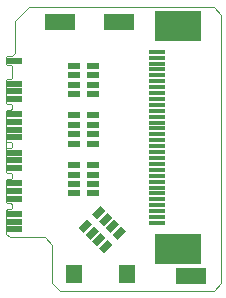
<source format=gts>
G04 EAGLE Gerber X2 export*
%TF.Part,Single*%
%TF.FileFunction,Other,solder mask top*%
%TF.FilePolarity,Positive*%
%TF.GenerationSoftware,Autodesk,EAGLE,9.6.2*%
%TF.CreationDate,2021-06-26T12:46:15Z*%
G75*
%MOMM*%
%FSLAX34Y34*%
%LPD*%
%INsolder mask top*%
%AMOC8*
5,1,8,0,0,1.08239X$1,22.5*%
G01*
%ADD10C,0.000000*%
%ADD11R,1.000000X0.600000*%
%ADD12R,1.371600X1.625600*%
%ADD13R,1.451600X0.551600*%
%ADD14R,0.600000X1.000000*%
%ADD15R,1.400000X0.400000*%
%ADD16R,3.900000X2.600000*%
%ADD17R,2.641600X1.371600*%


D10*
X0Y-36000D02*
X3000Y-39000D01*
X32500Y-39000D01*
X39000Y-45500D01*
X39000Y-78000D01*
X45500Y-84500D01*
X175500Y-84500D01*
X182000Y-78000D01*
X182000Y149500D01*
X1000Y114500D02*
X0Y113500D01*
X0Y107500D01*
X0Y94000D02*
X0Y75000D01*
X1000Y74000D01*
X4000Y74000D01*
X5000Y73000D01*
X5000Y70000D02*
X4000Y69000D01*
X1000Y69000D01*
X0Y68000D01*
X5000Y70000D02*
X5000Y73000D01*
X0Y68000D02*
X0Y42500D01*
X1000Y41500D01*
X4000Y41500D01*
X5000Y40500D01*
X5000Y37500D02*
X4000Y36500D01*
X1000Y36500D01*
X0Y35500D01*
X5000Y37500D02*
X5000Y40500D01*
X0Y42000D02*
X0Y35500D01*
X0Y16500D02*
X1000Y15500D01*
X4000Y15500D01*
X5000Y14500D01*
X5000Y11500D02*
X4000Y10500D01*
X1000Y10500D01*
X0Y9500D01*
X5000Y11500D02*
X5000Y14500D01*
X0Y-16500D02*
X0Y-36000D01*
X0Y-9500D02*
X0Y9500D01*
X0Y16500D02*
X0Y35500D01*
X0Y-9500D02*
X1000Y-10500D01*
X4000Y-10500D02*
X5000Y-11500D01*
X4000Y-10500D02*
X1000Y-10500D01*
X5000Y-11500D02*
X5000Y-14500D01*
X4000Y-15500D01*
X1000Y-15500D01*
X0Y-16500D01*
X1000Y106500D02*
X0Y107500D01*
X1000Y106500D02*
X4000Y106500D01*
X5000Y105500D01*
X5000Y96000D01*
X4000Y95000D01*
X1000Y95000D01*
X0Y94000D01*
X1000Y114500D02*
X5000Y114500D01*
X7500Y117000D01*
X7500Y144000D01*
X19500Y156000D01*
X175500Y156000D01*
X182000Y149500D01*
D11*
X57000Y106000D03*
X57000Y98000D03*
X57000Y90000D03*
X57000Y82000D03*
X73000Y82000D03*
X73000Y90000D03*
X73000Y98000D03*
X73000Y106000D03*
X57000Y64000D03*
X57000Y56000D03*
X57000Y48000D03*
X57000Y40000D03*
X73000Y40000D03*
X73000Y48000D03*
X73000Y56000D03*
X73000Y64000D03*
X57000Y22000D03*
X57000Y14000D03*
X57000Y6000D03*
X57000Y-2000D03*
X73000Y-2000D03*
X73000Y6000D03*
X73000Y14000D03*
X73000Y22000D03*
D12*
X57000Y-70500D03*
X102000Y-70500D03*
D13*
X6500Y0D03*
X6500Y6500D03*
X6500Y19500D03*
X6500Y26000D03*
X6500Y32500D03*
X6500Y45500D03*
X6500Y52000D03*
X6500Y58500D03*
X6500Y65000D03*
X6500Y78000D03*
X6500Y84500D03*
X6500Y91000D03*
X6500Y-6500D03*
X6500Y-19500D03*
X6500Y-26000D03*
X6500Y-32500D03*
D14*
G36*
X96996Y-29692D02*
X101238Y-33934D01*
X94168Y-41004D01*
X89926Y-36762D01*
X96996Y-29692D01*
G37*
G36*
X91339Y-24036D02*
X95581Y-28278D01*
X88511Y-35348D01*
X84269Y-31106D01*
X91339Y-24036D01*
G37*
G36*
X85682Y-18379D02*
X89924Y-22621D01*
X82854Y-29691D01*
X78612Y-25449D01*
X85682Y-18379D01*
G37*
G36*
X80026Y-12722D02*
X84268Y-16964D01*
X77198Y-24034D01*
X72956Y-19792D01*
X80026Y-12722D01*
G37*
G36*
X65884Y-35348D02*
X61642Y-31106D01*
X68712Y-24036D01*
X72954Y-28278D01*
X65884Y-35348D01*
G37*
G36*
X71541Y-41004D02*
X67299Y-36762D01*
X74369Y-29692D01*
X78611Y-33934D01*
X71541Y-41004D01*
G37*
G36*
X77198Y-46661D02*
X72956Y-42419D01*
X80026Y-35349D01*
X84268Y-39591D01*
X77198Y-46661D01*
G37*
G36*
X82854Y-52318D02*
X78612Y-48076D01*
X85682Y-41006D01*
X89924Y-45248D01*
X82854Y-52318D01*
G37*
D13*
X6500Y110500D03*
D15*
X128000Y-27000D03*
X128000Y-22000D03*
X128000Y-17000D03*
X128000Y-12000D03*
X128000Y-7000D03*
X128000Y-2000D03*
X128000Y3000D03*
X128000Y8000D03*
X128000Y13000D03*
X128000Y18000D03*
X128000Y23000D03*
X128000Y28000D03*
X128000Y33000D03*
X128000Y38000D03*
X128000Y43000D03*
X128000Y48000D03*
X128000Y53000D03*
X128000Y58000D03*
X128000Y63000D03*
X128000Y68000D03*
X128000Y73000D03*
X128000Y78000D03*
X128000Y83000D03*
X128000Y88000D03*
X128000Y93000D03*
X128000Y98000D03*
X128000Y103000D03*
X128000Y108000D03*
X128000Y113000D03*
X128000Y118000D03*
D16*
X145300Y-49180D03*
X145300Y140180D03*
D17*
X45500Y143000D03*
X95000Y143000D03*
X156500Y-71500D03*
M02*

</source>
